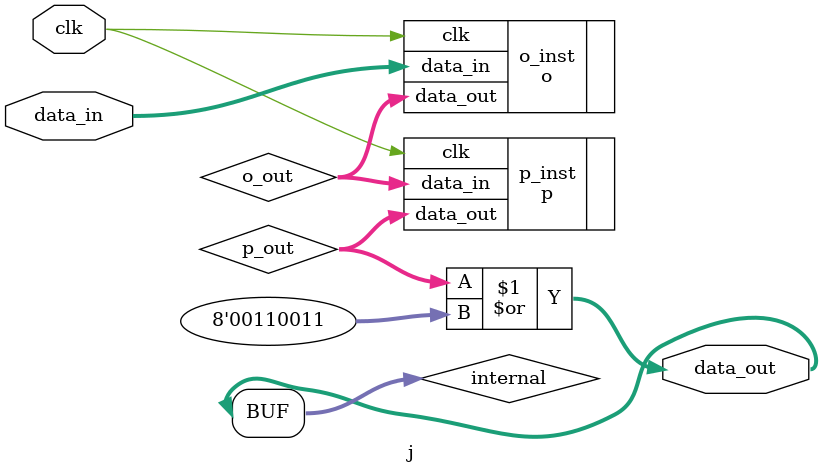
<source format=sv>
module j (
    input logic clk,
    input logic [7:0] data_in,
    output logic [7:0] data_out
);
    logic [7:0] internal;
    logic [7:0] o_out, p_out;

    // Instantiate submodules
    o o_inst (
        .clk(clk),
        .data_in(data_in),
        .data_out(o_out)
    );

    p p_inst (
        .clk(clk),
        .data_in(o_out),
        .data_out(p_out)
    );

    assign internal = p_out | 8'h33;
    assign data_out = internal;

endmodule

</source>
